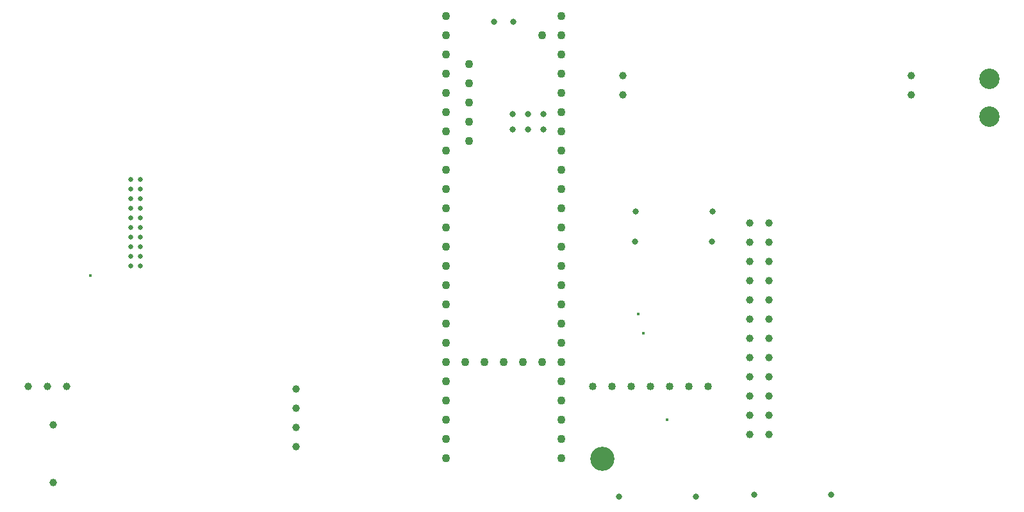
<source format=gbr>
%TF.GenerationSoftware,KiCad,Pcbnew,(6.0.9)*%
%TF.CreationDate,2023-01-16T22:49:29-05:00*%
%TF.ProjectId,rrc_pcb,7272635f-7063-4622-9e6b-696361645f70,rev?*%
%TF.SameCoordinates,Original*%
%TF.FileFunction,Plated,1,2,PTH,Drill*%
%TF.FilePolarity,Positive*%
%FSLAX46Y46*%
G04 Gerber Fmt 4.6, Leading zero omitted, Abs format (unit mm)*
G04 Created by KiCad (PCBNEW (6.0.9)) date 2023-01-16 22:49:29*
%MOMM*%
%LPD*%
G01*
G04 APERTURE LIST*
%TA.AperFunction,ViaDrill*%
%ADD10C,0.400000*%
%TD*%
%TA.AperFunction,ComponentDrill*%
%ADD11C,0.650000*%
%TD*%
%TA.AperFunction,ComponentDrill*%
%ADD12C,0.800000*%
%TD*%
%TA.AperFunction,ComponentDrill*%
%ADD13C,1.000000*%
%TD*%
%TA.AperFunction,ComponentDrill*%
%ADD14C,1.020000*%
%TD*%
%TA.AperFunction,ComponentDrill*%
%ADD15C,1.100000*%
%TD*%
%TA.AperFunction,ComponentDrill*%
%ADD16C,2.700000*%
%TD*%
%TA.AperFunction,ComponentDrill*%
%ADD17C,3.200000*%
%TD*%
G04 APERTURE END LIST*
D10*
X54610000Y-58420000D03*
X127000000Y-63500000D03*
X127635000Y-66040000D03*
X130810000Y-77470000D03*
D11*
%TO.C,radio*%
X59870150Y-45677500D03*
X59870150Y-46947500D03*
X59870150Y-48217500D03*
X59870150Y-49487500D03*
X59870150Y-50757500D03*
X59870150Y-52027500D03*
X59870150Y-53297500D03*
X59870150Y-54567500D03*
X59870150Y-55837500D03*
X59870150Y-57107500D03*
X61140150Y-45677500D03*
X61140150Y-46947500D03*
X61140150Y-48217500D03*
X61140150Y-49487500D03*
X61140150Y-50757500D03*
X61140150Y-52027500D03*
X61140150Y-53297500D03*
X61140150Y-54567500D03*
X61140150Y-55837500D03*
X61140150Y-57107500D03*
D12*
%TO.C,U2*%
X107950000Y-24860000D03*
X110401600Y-37100000D03*
X110401600Y-39100000D03*
X110490000Y-24860000D03*
X112401600Y-37100000D03*
X112401600Y-39100000D03*
X114401600Y-37100000D03*
X114401600Y-39100000D03*
%TO.C,R3*%
X124460000Y-87630000D03*
%TO.C,R2*%
X126564950Y-53950936D03*
%TO.C,R1*%
X126644699Y-49963495D03*
%TO.C,R3*%
X134620000Y-87630000D03*
%TO.C,R2*%
X136724950Y-53950936D03*
%TO.C,R1*%
X136804699Y-49963495D03*
%TO.C,R4*%
X142280461Y-87377794D03*
X152440461Y-87377794D03*
D13*
%TO.C,J2*%
X46355000Y-73025000D03*
X48895000Y-73025000D03*
%TO.C,BZ1*%
X49668154Y-78122249D03*
X49668154Y-85722249D03*
%TO.C,J2*%
X51435000Y-73025000D03*
%TO.C,GPS*%
X81786437Y-73344650D03*
X81786437Y-75884650D03*
X81786437Y-78424650D03*
X81786437Y-80964650D03*
%TO.C,Volt. Reg.*%
X124910000Y-31995000D03*
X124910000Y-34535000D03*
%TO.C,IMU*%
X141695612Y-51432137D03*
X141695612Y-53972137D03*
X141695612Y-56512137D03*
X141695612Y-59052137D03*
X141695612Y-61592137D03*
X141695612Y-64132137D03*
X141695612Y-66672137D03*
X141695612Y-69212137D03*
X141695612Y-71752137D03*
X141695612Y-74292137D03*
X141695612Y-76832137D03*
X141695612Y-79372137D03*
X144235612Y-51432137D03*
X144235612Y-53972137D03*
X144235612Y-56512137D03*
X144235612Y-59052137D03*
X144235612Y-61592137D03*
X144235612Y-64132137D03*
X144235612Y-66672137D03*
X144235612Y-69212137D03*
X144235612Y-71752137D03*
X144235612Y-74292137D03*
X144235612Y-76832137D03*
X144235612Y-79372137D03*
%TO.C,Volt. Reg.*%
X163010000Y-31995000D03*
X163010000Y-34535000D03*
D14*
%TO.C,Barometer*%
X120963239Y-73088571D03*
X123503239Y-73088571D03*
X126043239Y-73088571D03*
X128583239Y-73088571D03*
X131123239Y-73088571D03*
X133663239Y-73088571D03*
X136203239Y-73088571D03*
D15*
%TO.C,U2*%
X101600000Y-24130000D03*
X101600000Y-26670000D03*
X101600000Y-29210000D03*
X101600000Y-31750000D03*
X101600000Y-34290000D03*
X101600000Y-36830000D03*
X101600000Y-39370000D03*
X101600000Y-41910000D03*
X101600000Y-44450000D03*
X101600000Y-46990000D03*
X101600000Y-49530000D03*
X101600000Y-52070000D03*
X101600000Y-54610000D03*
X101600000Y-57150000D03*
X101600000Y-59690000D03*
X101600000Y-62230000D03*
X101600000Y-64770000D03*
X101600000Y-67310000D03*
X101600000Y-69850000D03*
X101600000Y-72390000D03*
X101600000Y-74930000D03*
X101600000Y-77470000D03*
X101600000Y-80010000D03*
X101600000Y-82550000D03*
X104140000Y-69850000D03*
X104650800Y-30429200D03*
X104650800Y-32969200D03*
X104650800Y-35509200D03*
X104650800Y-38049200D03*
X104650800Y-40589200D03*
X106680000Y-69850000D03*
X109220000Y-69850000D03*
X111760000Y-69850000D03*
X114300000Y-26670000D03*
X114300000Y-69850000D03*
X116840000Y-24130000D03*
X116840000Y-26670000D03*
X116840000Y-29210000D03*
X116840000Y-31750000D03*
X116840000Y-34290000D03*
X116840000Y-36830000D03*
X116840000Y-39370000D03*
X116840000Y-41910000D03*
X116840000Y-44450000D03*
X116840000Y-46990000D03*
X116840000Y-49530000D03*
X116840000Y-52070000D03*
X116840000Y-54610000D03*
X116840000Y-57150000D03*
X116840000Y-59690000D03*
X116840000Y-62230000D03*
X116840000Y-64770000D03*
X116840000Y-67310000D03*
X116840000Y-69850000D03*
X116840000Y-72390000D03*
X116840000Y-74930000D03*
X116840000Y-77470000D03*
X116840000Y-80010000D03*
X116840000Y-82550000D03*
D16*
%TO.C,Batt.*%
X173355000Y-32385000D03*
X173355000Y-37385000D03*
D17*
%TO.C,Barometer*%
X122233239Y-82593571D03*
M02*

</source>
